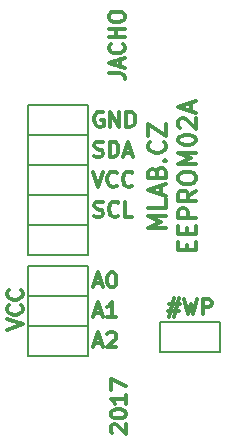
<source format=gbr>
G04 #@! TF.FileFunction,Legend,Top*
%FSLAX46Y46*%
G04 Gerber Fmt 4.6, Leading zero omitted, Abs format (unit mm)*
G04 Created by KiCad (PCBNEW (2016-09-17 revision 679eef1)-makepkg) date 01/02/17 11:18:57*
%MOMM*%
%LPD*%
G01*
G04 APERTURE LIST*
%ADD10C,0.150000*%
%ADD11C,0.300000*%
G04 APERTURE END LIST*
D10*
D11*
X9321095Y33303666D02*
X10249666Y33303666D01*
X10435380Y33241761D01*
X10559190Y33117952D01*
X10621095Y32932238D01*
X10621095Y32808428D01*
X10249666Y33860809D02*
X10249666Y34479857D01*
X10621095Y33737000D02*
X9321095Y34170333D01*
X10621095Y34603666D01*
X10497285Y35779857D02*
X10559190Y35717952D01*
X10621095Y35532238D01*
X10621095Y35408428D01*
X10559190Y35222714D01*
X10435380Y35098904D01*
X10311571Y35037000D01*
X10063952Y34975095D01*
X9878238Y34975095D01*
X9630619Y35037000D01*
X9506809Y35098904D01*
X9383000Y35222714D01*
X9321095Y35408428D01*
X9321095Y35532238D01*
X9383000Y35717952D01*
X9444904Y35779857D01*
X10621095Y36337000D02*
X9321095Y36337000D01*
X9940142Y36337000D02*
X9940142Y37079857D01*
X10621095Y37079857D02*
X9321095Y37079857D01*
X9321095Y37946523D02*
X9321095Y38194142D01*
X9383000Y38317952D01*
X9506809Y38441761D01*
X9754428Y38503666D01*
X10187761Y38503666D01*
X10435380Y38441761D01*
X10559190Y38317952D01*
X10621095Y38194142D01*
X10621095Y37946523D01*
X10559190Y37822714D01*
X10435380Y37698904D01*
X10187761Y37637000D01*
X9754428Y37637000D01*
X9506809Y37698904D01*
X9383000Y37822714D01*
X9321095Y37946523D01*
X14135571Y20189571D02*
X12635571Y20189571D01*
X13707000Y20689571D01*
X12635571Y21189571D01*
X14135571Y21189571D01*
X14135571Y22618142D02*
X14135571Y21903857D01*
X12635571Y21903857D01*
X13707000Y23046714D02*
X13707000Y23761000D01*
X14135571Y22903857D02*
X12635571Y23403857D01*
X14135571Y23903857D01*
X13349857Y24903857D02*
X13421285Y25118142D01*
X13492714Y25189571D01*
X13635571Y25261000D01*
X13849857Y25261000D01*
X13992714Y25189571D01*
X14064142Y25118142D01*
X14135571Y24975285D01*
X14135571Y24403857D01*
X12635571Y24403857D01*
X12635571Y24903857D01*
X12707000Y25046714D01*
X12778428Y25118142D01*
X12921285Y25189571D01*
X13064142Y25189571D01*
X13207000Y25118142D01*
X13278428Y25046714D01*
X13349857Y24903857D01*
X13349857Y24403857D01*
X13992714Y25903857D02*
X14064142Y25975285D01*
X14135571Y25903857D01*
X14064142Y25832428D01*
X13992714Y25903857D01*
X14135571Y25903857D01*
X13992714Y27475285D02*
X14064142Y27403857D01*
X14135571Y27189571D01*
X14135571Y27046714D01*
X14064142Y26832428D01*
X13921285Y26689571D01*
X13778428Y26618142D01*
X13492714Y26546714D01*
X13278428Y26546714D01*
X12992714Y26618142D01*
X12849857Y26689571D01*
X12707000Y26832428D01*
X12635571Y27046714D01*
X12635571Y27189571D01*
X12707000Y27403857D01*
X12778428Y27475285D01*
X12635571Y27975285D02*
X12635571Y28975285D01*
X14135571Y27975285D01*
X14135571Y28975285D01*
X15899857Y18296714D02*
X15899857Y18796714D01*
X16685571Y19011000D02*
X16685571Y18296714D01*
X15185571Y18296714D01*
X15185571Y19011000D01*
X15899857Y19653857D02*
X15899857Y20153857D01*
X16685571Y20368142D02*
X16685571Y19653857D01*
X15185571Y19653857D01*
X15185571Y20368142D01*
X16685571Y21011000D02*
X15185571Y21011000D01*
X15185571Y21582428D01*
X15257000Y21725285D01*
X15328428Y21796714D01*
X15471285Y21868142D01*
X15685571Y21868142D01*
X15828428Y21796714D01*
X15899857Y21725285D01*
X15971285Y21582428D01*
X15971285Y21011000D01*
X16685571Y23368142D02*
X15971285Y22868142D01*
X16685571Y22511000D02*
X15185571Y22511000D01*
X15185571Y23082428D01*
X15257000Y23225285D01*
X15328428Y23296714D01*
X15471285Y23368142D01*
X15685571Y23368142D01*
X15828428Y23296714D01*
X15899857Y23225285D01*
X15971285Y23082428D01*
X15971285Y22511000D01*
X15185571Y24296714D02*
X15185571Y24582428D01*
X15257000Y24725285D01*
X15399857Y24868142D01*
X15685571Y24939571D01*
X16185571Y24939571D01*
X16471285Y24868142D01*
X16614142Y24725285D01*
X16685571Y24582428D01*
X16685571Y24296714D01*
X16614142Y24153857D01*
X16471285Y24011000D01*
X16185571Y23939571D01*
X15685571Y23939571D01*
X15399857Y24011000D01*
X15257000Y24153857D01*
X15185571Y24296714D01*
X16685571Y25582428D02*
X15185571Y25582428D01*
X16257000Y26082428D01*
X15185571Y26582428D01*
X16685571Y26582428D01*
X15185571Y27582428D02*
X15185571Y27725285D01*
X15257000Y27868142D01*
X15328428Y27939571D01*
X15471285Y28011000D01*
X15757000Y28082428D01*
X16114142Y28082428D01*
X16399857Y28011000D01*
X16542714Y27939571D01*
X16614142Y27868142D01*
X16685571Y27725285D01*
X16685571Y27582428D01*
X16614142Y27439571D01*
X16542714Y27368142D01*
X16399857Y27296714D01*
X16114142Y27225285D01*
X15757000Y27225285D01*
X15471285Y27296714D01*
X15328428Y27368142D01*
X15257000Y27439571D01*
X15185571Y27582428D01*
X15328428Y28653857D02*
X15257000Y28725285D01*
X15185571Y28868142D01*
X15185571Y29225285D01*
X15257000Y29368142D01*
X15328428Y29439571D01*
X15471285Y29511000D01*
X15614142Y29511000D01*
X15828428Y29439571D01*
X16685571Y28582428D01*
X16685571Y29511000D01*
X16257000Y30082428D02*
X16257000Y30796714D01*
X16685571Y29939571D02*
X15185571Y30439571D01*
X16685571Y30939571D01*
X14412619Y13740571D02*
X15341190Y13740571D01*
X14784047Y14297714D02*
X14412619Y12626285D01*
X15217380Y13183428D02*
X14288809Y13183428D01*
X14845952Y12626285D02*
X15217380Y14297714D01*
X15650714Y14173904D02*
X15960238Y12873904D01*
X16207857Y13802476D01*
X16455476Y12873904D01*
X16765000Y14173904D01*
X17260238Y12873904D02*
X17260238Y14173904D01*
X17755476Y14173904D01*
X17879285Y14112000D01*
X17941190Y14050095D01*
X18003095Y13926285D01*
X18003095Y13740571D01*
X17941190Y13616761D01*
X17879285Y13554857D01*
X17755476Y13492952D01*
X17260238Y13492952D01*
X8062619Y10451333D02*
X8681666Y10451333D01*
X7938809Y10079904D02*
X8372142Y11379904D01*
X8805476Y10079904D01*
X9176904Y11256095D02*
X9238809Y11318000D01*
X9362619Y11379904D01*
X9672142Y11379904D01*
X9795952Y11318000D01*
X9857857Y11256095D01*
X9919761Y11132285D01*
X9919761Y11008476D01*
X9857857Y10822761D01*
X9115000Y10079904D01*
X9919761Y10079904D01*
X8062619Y12991333D02*
X8681666Y12991333D01*
X7938809Y12619904D02*
X8372142Y13919904D01*
X8805476Y12619904D01*
X9919761Y12619904D02*
X9176904Y12619904D01*
X9548333Y12619904D02*
X9548333Y13919904D01*
X9424523Y13734190D01*
X9300714Y13610380D01*
X9176904Y13548476D01*
X8062619Y15531333D02*
X8681666Y15531333D01*
X7938809Y15159904D02*
X8372142Y16459904D01*
X8805476Y15159904D01*
X9486428Y16459904D02*
X9610238Y16459904D01*
X9734047Y16398000D01*
X9795952Y16336095D01*
X9857857Y16212285D01*
X9919761Y15964666D01*
X9919761Y15655142D01*
X9857857Y15407523D01*
X9795952Y15283714D01*
X9734047Y15221809D01*
X9610238Y15159904D01*
X9486428Y15159904D01*
X9362619Y15221809D01*
X9300714Y15283714D01*
X9238809Y15407523D01*
X9176904Y15655142D01*
X9176904Y15964666D01*
X9238809Y16212285D01*
X9300714Y16336095D01*
X9362619Y16398000D01*
X9486428Y16459904D01*
X685095Y11601666D02*
X1985095Y12035000D01*
X685095Y12468333D01*
X1861285Y13644523D02*
X1923190Y13582619D01*
X1985095Y13396904D01*
X1985095Y13273095D01*
X1923190Y13087380D01*
X1799380Y12963571D01*
X1675571Y12901666D01*
X1427952Y12839761D01*
X1242238Y12839761D01*
X994619Y12901666D01*
X870809Y12963571D01*
X747000Y13087380D01*
X685095Y13273095D01*
X685095Y13396904D01*
X747000Y13582619D01*
X808904Y13644523D01*
X1861285Y14944523D02*
X1923190Y14882619D01*
X1985095Y14696904D01*
X1985095Y14573095D01*
X1923190Y14387380D01*
X1799380Y14263571D01*
X1675571Y14201666D01*
X1427952Y14139761D01*
X1242238Y14139761D01*
X994619Y14201666D01*
X870809Y14263571D01*
X747000Y14387380D01*
X685095Y14573095D01*
X685095Y14696904D01*
X747000Y14882619D01*
X808904Y14944523D01*
X8062619Y21190809D02*
X8248333Y21128904D01*
X8557857Y21128904D01*
X8681666Y21190809D01*
X8743571Y21252714D01*
X8805476Y21376523D01*
X8805476Y21500333D01*
X8743571Y21624142D01*
X8681666Y21686047D01*
X8557857Y21747952D01*
X8310238Y21809857D01*
X8186428Y21871761D01*
X8124523Y21933666D01*
X8062619Y22057476D01*
X8062619Y22181285D01*
X8124523Y22305095D01*
X8186428Y22367000D01*
X8310238Y22428904D01*
X8619761Y22428904D01*
X8805476Y22367000D01*
X10105476Y21252714D02*
X10043571Y21190809D01*
X9857857Y21128904D01*
X9734047Y21128904D01*
X9548333Y21190809D01*
X9424523Y21314619D01*
X9362619Y21438428D01*
X9300714Y21686047D01*
X9300714Y21871761D01*
X9362619Y22119380D01*
X9424523Y22243190D01*
X9548333Y22367000D01*
X9734047Y22428904D01*
X9857857Y22428904D01*
X10043571Y22367000D01*
X10105476Y22305095D01*
X11281666Y21128904D02*
X10662619Y21128904D01*
X10662619Y22428904D01*
X7938809Y24968904D02*
X8372142Y23668904D01*
X8805476Y24968904D01*
X9981666Y23792714D02*
X9919761Y23730809D01*
X9734047Y23668904D01*
X9610238Y23668904D01*
X9424523Y23730809D01*
X9300714Y23854619D01*
X9238809Y23978428D01*
X9176904Y24226047D01*
X9176904Y24411761D01*
X9238809Y24659380D01*
X9300714Y24783190D01*
X9424523Y24907000D01*
X9610238Y24968904D01*
X9734047Y24968904D01*
X9919761Y24907000D01*
X9981666Y24845095D01*
X11281666Y23792714D02*
X11219761Y23730809D01*
X11034047Y23668904D01*
X10910238Y23668904D01*
X10724523Y23730809D01*
X10600714Y23854619D01*
X10538809Y23978428D01*
X10476904Y24226047D01*
X10476904Y24411761D01*
X10538809Y24659380D01*
X10600714Y24783190D01*
X10724523Y24907000D01*
X10910238Y24968904D01*
X11034047Y24968904D01*
X11219761Y24907000D01*
X11281666Y24845095D01*
X8805476Y29987000D02*
X8681666Y30048904D01*
X8495952Y30048904D01*
X8310238Y29987000D01*
X8186428Y29863190D01*
X8124523Y29739380D01*
X8062619Y29491761D01*
X8062619Y29306047D01*
X8124523Y29058428D01*
X8186428Y28934619D01*
X8310238Y28810809D01*
X8495952Y28748904D01*
X8619761Y28748904D01*
X8805476Y28810809D01*
X8867380Y28872714D01*
X8867380Y29306047D01*
X8619761Y29306047D01*
X9424523Y28748904D02*
X9424523Y30048904D01*
X10167380Y28748904D01*
X10167380Y30048904D01*
X10786428Y28748904D02*
X10786428Y30048904D01*
X11095952Y30048904D01*
X11281666Y29987000D01*
X11405476Y29863190D01*
X11467380Y29739380D01*
X11529285Y29491761D01*
X11529285Y29306047D01*
X11467380Y29058428D01*
X11405476Y28934619D01*
X11281666Y28810809D01*
X11095952Y28748904D01*
X10786428Y28748904D01*
X8062619Y26270809D02*
X8248333Y26208904D01*
X8557857Y26208904D01*
X8681666Y26270809D01*
X8743571Y26332714D01*
X8805476Y26456523D01*
X8805476Y26580333D01*
X8743571Y26704142D01*
X8681666Y26766047D01*
X8557857Y26827952D01*
X8310238Y26889857D01*
X8186428Y26951761D01*
X8124523Y27013666D01*
X8062619Y27137476D01*
X8062619Y27261285D01*
X8124523Y27385095D01*
X8186428Y27447000D01*
X8310238Y27508904D01*
X8619761Y27508904D01*
X8805476Y27447000D01*
X9362619Y26208904D02*
X9362619Y27508904D01*
X9672142Y27508904D01*
X9857857Y27447000D01*
X9981666Y27323190D01*
X10043571Y27199380D01*
X10105476Y26951761D01*
X10105476Y26766047D01*
X10043571Y26518428D01*
X9981666Y26394619D01*
X9857857Y26270809D01*
X9672142Y26208904D01*
X9362619Y26208904D01*
X10600714Y26580333D02*
X11219761Y26580333D01*
X10476904Y26208904D02*
X10910238Y27508904D01*
X11343571Y26208904D01*
X9571904Y2851428D02*
X9510000Y2913333D01*
X9448095Y3037142D01*
X9448095Y3346666D01*
X9510000Y3470476D01*
X9571904Y3532380D01*
X9695714Y3594285D01*
X9819523Y3594285D01*
X10005238Y3532380D01*
X10748095Y2789523D01*
X10748095Y3594285D01*
X9448095Y4399047D02*
X9448095Y4522857D01*
X9510000Y4646666D01*
X9571904Y4708571D01*
X9695714Y4770476D01*
X9943333Y4832380D01*
X10252857Y4832380D01*
X10500476Y4770476D01*
X10624285Y4708571D01*
X10686190Y4646666D01*
X10748095Y4522857D01*
X10748095Y4399047D01*
X10686190Y4275238D01*
X10624285Y4213333D01*
X10500476Y4151428D01*
X10252857Y4089523D01*
X9943333Y4089523D01*
X9695714Y4151428D01*
X9571904Y4213333D01*
X9510000Y4275238D01*
X9448095Y4399047D01*
X10748095Y6070476D02*
X10748095Y5327619D01*
X10748095Y5699047D02*
X9448095Y5699047D01*
X9633809Y5575238D01*
X9757619Y5451428D01*
X9819523Y5327619D01*
X9448095Y6503809D02*
X9448095Y7370476D01*
X10748095Y6813333D01*
D10*
X2413000Y30607000D02*
X7493000Y30607000D01*
X7493000Y30607000D02*
X7493000Y28067000D01*
X7493000Y28067000D02*
X2413000Y28067000D01*
X2413000Y28067000D02*
X2413000Y30607000D01*
X2413000Y28067000D02*
X7493000Y28067000D01*
X7493000Y28067000D02*
X7493000Y25527000D01*
X7493000Y25527000D02*
X2413000Y25527000D01*
X2413000Y25527000D02*
X2413000Y28067000D01*
X2413000Y22987000D02*
X2413000Y25527000D01*
X7493000Y22987000D02*
X2413000Y22987000D01*
X7493000Y25527000D02*
X7493000Y22987000D01*
X2413000Y25527000D02*
X7493000Y25527000D01*
X2413000Y22987000D02*
X7493000Y22987000D01*
X7493000Y22987000D02*
X7493000Y20447000D01*
X7493000Y20447000D02*
X2413000Y20447000D01*
X2413000Y20447000D02*
X2413000Y22987000D01*
X2413000Y17907000D02*
X2413000Y20447000D01*
X7493000Y17907000D02*
X2413000Y17907000D01*
X7493000Y20447000D02*
X7493000Y17907000D01*
X2413000Y20447000D02*
X7493000Y20447000D01*
X7493000Y17018000D02*
X7493000Y14478000D01*
X2413000Y17018000D02*
X7493000Y17018000D01*
X2413000Y14478000D02*
X2413000Y17018000D01*
X7493000Y14478000D02*
X2413000Y14478000D01*
X7493000Y11938000D02*
X2413000Y11938000D01*
X2413000Y11938000D02*
X2413000Y14478000D01*
X2413000Y14478000D02*
X7493000Y14478000D01*
X7493000Y14478000D02*
X7493000Y11938000D01*
X7493000Y11938000D02*
X7493000Y9398000D01*
X2413000Y11938000D02*
X7493000Y11938000D01*
X2413000Y9398000D02*
X2413000Y11938000D01*
X7493000Y9398000D02*
X2413000Y9398000D01*
X18694400Y9702800D02*
X13614400Y9702800D01*
X13614400Y9702800D02*
X13614400Y12242800D01*
X13614400Y12242800D02*
X18694400Y12242800D01*
X18694400Y12242800D02*
X18694400Y9702800D01*
M02*

</source>
